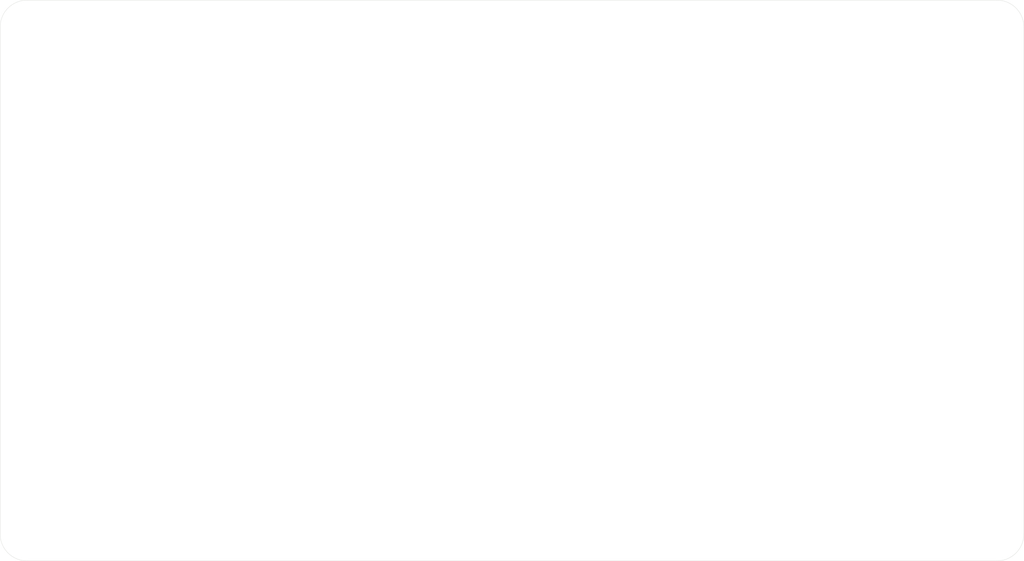
<source format=kicad_pcb>
(kicad_pcb
	(version 20240108)
	(generator "pcbnew")
	(generator_version "8.0")
	(general
		(thickness 1.6)
		(legacy_teardrops no)
	)
	(paper "A4")
	(layers
		(0 "F.Cu" signal)
		(31 "B.Cu" signal)
		(32 "B.Adhes" user "B.Adhesive")
		(33 "F.Adhes" user "F.Adhesive")
		(34 "B.Paste" user)
		(35 "F.Paste" user)
		(36 "B.SilkS" user "B.Silkscreen")
		(37 "F.SilkS" user "F.Silkscreen")
		(38 "B.Mask" user)
		(39 "F.Mask" user)
		(40 "Dwgs.User" user "User.Drawings")
		(41 "Cmts.User" user "User.Comments")
		(42 "Eco1.User" user "User.Eco1")
		(43 "Eco2.User" user "User.Eco2")
		(44 "Edge.Cuts" user)
		(45 "Margin" user)
		(46 "B.CrtYd" user "B.Courtyard")
		(47 "F.CrtYd" user "F.Courtyard")
		(48 "B.Fab" user)
		(49 "F.Fab" user)
		(50 "User.1" user)
		(51 "User.2" user)
		(52 "User.3" user)
		(53 "User.4" user)
		(54 "User.5" user)
		(55 "User.6" user)
		(56 "User.7" user)
		(57 "User.8" user)
		(58 "User.9" user)
	)
	(setup
		(pad_to_mask_clearance 0)
		(allow_soldermask_bridges_in_footprints no)
		(pcbplotparams
			(layerselection 0x00010fc_ffffffff)
			(plot_on_all_layers_selection 0x0000000_00000000)
			(disableapertmacros no)
			(usegerberextensions no)
			(usegerberattributes yes)
			(usegerberadvancedattributes yes)
			(creategerberjobfile yes)
			(dashed_line_dash_ratio 12.000000)
			(dashed_line_gap_ratio 3.000000)
			(svgprecision 4)
			(plotframeref no)
			(viasonmask no)
			(mode 1)
			(useauxorigin no)
			(hpglpennumber 1)
			(hpglpenspeed 20)
			(hpglpendiameter 15.000000)
			(pdf_front_fp_property_popups yes)
			(pdf_back_fp_property_popups yes)
			(dxfpolygonmode yes)
			(dxfimperialunits yes)
			(dxfusepcbnewfont yes)
			(psnegative no)
			(psa4output no)
			(plotreference yes)
			(plotvalue yes)
			(plotfptext yes)
			(plotinvisibletext no)
			(sketchpadsonfab no)
			(subtractmaskfromsilk no)
			(outputformat 1)
			(mirror no)
			(drillshape 0)
			(scaleselection 1)
			(outputdirectory "../gerbers/")
		)
	)
	(net 0 "")
	(gr_arc
		(start 74.48 42.93)
		(mid 75.944466 39.394466)
		(end 79.48 37.93)
		(stroke
			(width 0.05)
			(type default)
		)
		(layer "Edge.Cuts")
		(uuid "337d9755-400e-4ce8-b604-de885977fe8c")
	)
	(gr_line
		(start 258.87 141.67)
		(end 79.48 141.67)
		(stroke
			(width 0.05)
			(type default)
		)
		(layer "Edge.Cuts")
		(uuid "3de85e8a-aca0-4f85-8e47-bd2ed364e351")
	)
	(gr_line
		(start 74.48 136.67)
		(end 74.48 42.93)
		(stroke
			(width 0.05)
			(type default)
		)
		(layer "Edge.Cuts")
		(uuid "5b8873cd-2bd1-4753-b9db-6679b14e5681")
	)
	(gr_arc
		(start 79.48 141.67)
		(mid 75.944466 140.205534)
		(end 74.48 136.67)
		(stroke
			(width 0.05)
			(type default)
		)
		(layer "Edge.Cuts")
		(uuid "64f636d8-a615-4ad9-9d9b-bd91220ffa40")
	)
	(gr_line
		(start 79.48 37.93)
		(end 258.87 37.93)
		(stroke
			(width 0.05)
			(type default)
		)
		(layer "Edge.Cuts")
		(uuid "7ef10a32-7022-42dc-9252-cea1c23b1631")
	)
	(gr_arc
		(start 263.87 136.67)
		(mid 262.405534 140.205534)
		(end 258.87 141.67)
		(stroke
			(width 0.05)
			(type default)
		)
		(layer "Edge.Cuts")
		(uuid "9e60bcfe-7a66-4ef6-bac1-30c916ddbc13")
	)
	(gr_arc
		(start 258.87 37.93)
		(mid 262.405534 39.394466)
		(end 263.87 42.93)
		(stroke
			(width 0.05)
			(type default)
		)
		(layer "Edge.Cuts")
		(uuid "c8f07da3-1eec-4305-b048-e1b98d5b9c7f")
	)
	(gr_line
		(start 263.87 42.93)
		(end 263.87 136.67)
		(stroke
			(width 0.05)
			(type default)
		)
		(layer "Edge.Cuts")
		(uuid "c9cc7892-936f-45b0-b795-5f797e8819d7")
	)
)

</source>
